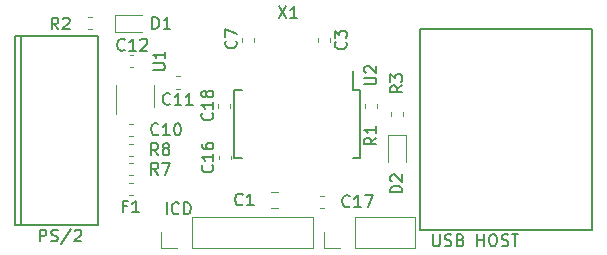
<source format=gto>
G04 #@! TF.GenerationSoftware,KiCad,Pcbnew,(5.1.2)-1*
G04 #@! TF.CreationDate,2021-07-24T10:23:43+09:00*
G04 #@! TF.ProjectId,PS2USB,50533255-5342-42e6-9b69-6361645f7063,v2.1*
G04 #@! TF.SameCoordinates,Original*
G04 #@! TF.FileFunction,Legend,Top*
G04 #@! TF.FilePolarity,Positive*
%FSLAX46Y46*%
G04 Gerber Fmt 4.6, Leading zero omitted, Abs format (unit mm)*
G04 Created by KiCad (PCBNEW (5.1.2)-1) date 2021-07-24 10:23:43*
%MOMM*%
%LPD*%
G04 APERTURE LIST*
%ADD10C,0.200000*%
%ADD11C,0.120000*%
%ADD12C,0.150000*%
G04 APERTURE END LIST*
D10*
X73761904Y-100952380D02*
X73761904Y-99952380D01*
X74142857Y-99952380D01*
X74238095Y-100000000D01*
X74285714Y-100047619D01*
X74333333Y-100142857D01*
X74333333Y-100285714D01*
X74285714Y-100380952D01*
X74238095Y-100428571D01*
X74142857Y-100476190D01*
X73761904Y-100476190D01*
X74714285Y-100904761D02*
X74857142Y-100952380D01*
X75095238Y-100952380D01*
X75190476Y-100904761D01*
X75238095Y-100857142D01*
X75285714Y-100761904D01*
X75285714Y-100666666D01*
X75238095Y-100571428D01*
X75190476Y-100523809D01*
X75095238Y-100476190D01*
X74904761Y-100428571D01*
X74809523Y-100380952D01*
X74761904Y-100333333D01*
X74714285Y-100238095D01*
X74714285Y-100142857D01*
X74761904Y-100047619D01*
X74809523Y-100000000D01*
X74904761Y-99952380D01*
X75142857Y-99952380D01*
X75285714Y-100000000D01*
X76428571Y-99904761D02*
X75571428Y-101190476D01*
X76714285Y-100047619D02*
X76761904Y-100000000D01*
X76857142Y-99952380D01*
X77095238Y-99952380D01*
X77190476Y-100000000D01*
X77238095Y-100047619D01*
X77285714Y-100142857D01*
X77285714Y-100238095D01*
X77238095Y-100380952D01*
X76666666Y-100952380D01*
X77285714Y-100952380D01*
X107052380Y-100352380D02*
X107052380Y-101161904D01*
X107100000Y-101257142D01*
X107147619Y-101304761D01*
X107242857Y-101352380D01*
X107433333Y-101352380D01*
X107528571Y-101304761D01*
X107576190Y-101257142D01*
X107623809Y-101161904D01*
X107623809Y-100352380D01*
X108052380Y-101304761D02*
X108195238Y-101352380D01*
X108433333Y-101352380D01*
X108528571Y-101304761D01*
X108576190Y-101257142D01*
X108623809Y-101161904D01*
X108623809Y-101066666D01*
X108576190Y-100971428D01*
X108528571Y-100923809D01*
X108433333Y-100876190D01*
X108242857Y-100828571D01*
X108147619Y-100780952D01*
X108100000Y-100733333D01*
X108052380Y-100638095D01*
X108052380Y-100542857D01*
X108100000Y-100447619D01*
X108147619Y-100400000D01*
X108242857Y-100352380D01*
X108480952Y-100352380D01*
X108623809Y-100400000D01*
X109385714Y-100828571D02*
X109528571Y-100876190D01*
X109576190Y-100923809D01*
X109623809Y-101019047D01*
X109623809Y-101161904D01*
X109576190Y-101257142D01*
X109528571Y-101304761D01*
X109433333Y-101352380D01*
X109052380Y-101352380D01*
X109052380Y-100352380D01*
X109385714Y-100352380D01*
X109480952Y-100400000D01*
X109528571Y-100447619D01*
X109576190Y-100542857D01*
X109576190Y-100638095D01*
X109528571Y-100733333D01*
X109480952Y-100780952D01*
X109385714Y-100828571D01*
X109052380Y-100828571D01*
X110814285Y-101352380D02*
X110814285Y-100352380D01*
X110814285Y-100828571D02*
X111385714Y-100828571D01*
X111385714Y-101352380D02*
X111385714Y-100352380D01*
X112052380Y-100352380D02*
X112242857Y-100352380D01*
X112338095Y-100400000D01*
X112433333Y-100495238D01*
X112480952Y-100685714D01*
X112480952Y-101019047D01*
X112433333Y-101209523D01*
X112338095Y-101304761D01*
X112242857Y-101352380D01*
X112052380Y-101352380D01*
X111957142Y-101304761D01*
X111861904Y-101209523D01*
X111814285Y-101019047D01*
X111814285Y-100685714D01*
X111861904Y-100495238D01*
X111957142Y-100400000D01*
X112052380Y-100352380D01*
X112861904Y-101304761D02*
X113004761Y-101352380D01*
X113242857Y-101352380D01*
X113338095Y-101304761D01*
X113385714Y-101257142D01*
X113433333Y-101161904D01*
X113433333Y-101066666D01*
X113385714Y-100971428D01*
X113338095Y-100923809D01*
X113242857Y-100876190D01*
X113052380Y-100828571D01*
X112957142Y-100780952D01*
X112909523Y-100733333D01*
X112861904Y-100638095D01*
X112861904Y-100542857D01*
X112909523Y-100447619D01*
X112957142Y-100400000D01*
X113052380Y-100352380D01*
X113290476Y-100352380D01*
X113433333Y-100400000D01*
X113719047Y-100352380D02*
X114290476Y-100352380D01*
X114004761Y-101352380D02*
X114004761Y-100352380D01*
X84500000Y-98652380D02*
X84500000Y-97652380D01*
X85547619Y-98557142D02*
X85500000Y-98604761D01*
X85357142Y-98652380D01*
X85261904Y-98652380D01*
X85119047Y-98604761D01*
X85023809Y-98509523D01*
X84976190Y-98414285D01*
X84928571Y-98223809D01*
X84928571Y-98080952D01*
X84976190Y-97890476D01*
X85023809Y-97795238D01*
X85119047Y-97700000D01*
X85261904Y-97652380D01*
X85357142Y-97652380D01*
X85500000Y-97700000D01*
X85547619Y-97747619D01*
X85976190Y-98652380D02*
X85976190Y-97652380D01*
X86214285Y-97652380D01*
X86357142Y-97700000D01*
X86452380Y-97795238D01*
X86500000Y-97890476D01*
X86547619Y-98080952D01*
X86547619Y-98223809D01*
X86500000Y-98414285D01*
X86452380Y-98509523D01*
X86357142Y-98604761D01*
X86214285Y-98652380D01*
X85976190Y-98652380D01*
D11*
X103265000Y-91977500D02*
X103265000Y-94262500D01*
X104735000Y-91977500D02*
X103265000Y-91977500D01*
X104735000Y-94262500D02*
X104735000Y-91977500D01*
X80102500Y-83235000D02*
X82387500Y-83235000D01*
X80102500Y-81765000D02*
X80102500Y-83235000D01*
X82387500Y-81765000D02*
X80102500Y-81765000D01*
X80240000Y-87750000D02*
X80240000Y-90200000D01*
X83460000Y-89550000D02*
X83460000Y-87750000D01*
X102310000Y-89662779D02*
X102310000Y-89337221D01*
X101290000Y-89662779D02*
X101290000Y-89337221D01*
X93896078Y-96740000D02*
X93378922Y-96740000D01*
X93896078Y-98160000D02*
X93378922Y-98160000D01*
D12*
X72200000Y-83600000D02*
X71700000Y-83600000D01*
X71700000Y-83600000D02*
X71700000Y-99600000D01*
X71700000Y-99600000D02*
X72200000Y-99600000D01*
X72200000Y-83600000D02*
X72200000Y-99600000D01*
X72200000Y-99600000D02*
X78700000Y-99600000D01*
X78700000Y-99600000D02*
X78700000Y-83600000D01*
X78700000Y-83600000D02*
X72200000Y-83600000D01*
D11*
X97830000Y-101530000D02*
X97830000Y-100200000D01*
X99160000Y-101530000D02*
X97830000Y-101530000D01*
X100430000Y-101530000D02*
X100430000Y-98870000D01*
X100430000Y-98870000D02*
X105570000Y-98870000D01*
X100430000Y-101530000D02*
X105570000Y-101530000D01*
X105570000Y-101530000D02*
X105570000Y-98870000D01*
X84070000Y-101530000D02*
X84070000Y-100200000D01*
X85400000Y-101530000D02*
X84070000Y-101530000D01*
X86670000Y-101530000D02*
X86670000Y-98870000D01*
X86670000Y-98870000D02*
X96890000Y-98870000D01*
X86670000Y-101530000D02*
X96890000Y-101530000D01*
X96890000Y-101530000D02*
X96890000Y-98870000D01*
X81650279Y-96040000D02*
X81324721Y-96040000D01*
X81650279Y-97060000D02*
X81324721Y-97060000D01*
X89910000Y-89675279D02*
X89910000Y-89349721D01*
X88890000Y-89675279D02*
X88890000Y-89349721D01*
X97524721Y-98110000D02*
X97850279Y-98110000D01*
X97524721Y-97090000D02*
X97850279Y-97090000D01*
X89960000Y-94012779D02*
X89960000Y-93687221D01*
X88940000Y-94012779D02*
X88940000Y-93687221D01*
X81374721Y-86210000D02*
X81700279Y-86210000D01*
X81374721Y-85190000D02*
X81700279Y-85190000D01*
X85299721Y-88010000D02*
X85625279Y-88010000D01*
X85299721Y-86990000D02*
X85625279Y-86990000D01*
X81324721Y-92060000D02*
X81650279Y-92060000D01*
X81324721Y-91040000D02*
X81650279Y-91040000D01*
X91910000Y-84050279D02*
X91910000Y-83724721D01*
X90890000Y-84050279D02*
X90890000Y-83724721D01*
X97290000Y-83737221D02*
X97290000Y-84062779D01*
X98310000Y-83737221D02*
X98310000Y-84062779D01*
D12*
X106000000Y-100000000D02*
X106000000Y-83000000D01*
X106000000Y-83000000D02*
X120500000Y-83000000D01*
X120500000Y-83000000D02*
X120500000Y-100000000D01*
X120500000Y-100000000D02*
X106000000Y-100000000D01*
D11*
X78212779Y-81990000D02*
X77887221Y-81990000D01*
X78212779Y-83010000D02*
X77887221Y-83010000D01*
X104510000Y-90350279D02*
X104510000Y-90024721D01*
X103490000Y-90350279D02*
X103490000Y-90024721D01*
X81349721Y-94340000D02*
X81675279Y-94340000D01*
X81349721Y-95360000D02*
X81675279Y-95360000D01*
X81349721Y-92690000D02*
X81675279Y-92690000D01*
X81349721Y-93710000D02*
X81675279Y-93710000D01*
D12*
X100900000Y-88125000D02*
X100325000Y-88125000D01*
X100900000Y-93875000D02*
X100250000Y-93875000D01*
X90250000Y-93875000D02*
X90900000Y-93875000D01*
X90250000Y-88125000D02*
X90900000Y-88125000D01*
X100900000Y-88125000D02*
X100900000Y-93875000D01*
X90250000Y-88125000D02*
X90250000Y-93875000D01*
X100325000Y-88125000D02*
X100325000Y-86525000D01*
X104452380Y-96813095D02*
X103452380Y-96813095D01*
X103452380Y-96575000D01*
X103500000Y-96432142D01*
X103595238Y-96336904D01*
X103690476Y-96289285D01*
X103880952Y-96241666D01*
X104023809Y-96241666D01*
X104214285Y-96289285D01*
X104309523Y-96336904D01*
X104404761Y-96432142D01*
X104452380Y-96575000D01*
X104452380Y-96813095D01*
X103547619Y-95860714D02*
X103500000Y-95813095D01*
X103452380Y-95717857D01*
X103452380Y-95479761D01*
X103500000Y-95384523D01*
X103547619Y-95336904D01*
X103642857Y-95289285D01*
X103738095Y-95289285D01*
X103880952Y-95336904D01*
X104452380Y-95908333D01*
X104452380Y-95289285D01*
X83311904Y-82952380D02*
X83311904Y-81952380D01*
X83550000Y-81952380D01*
X83692857Y-82000000D01*
X83788095Y-82095238D01*
X83835714Y-82190476D01*
X83883333Y-82380952D01*
X83883333Y-82523809D01*
X83835714Y-82714285D01*
X83788095Y-82809523D01*
X83692857Y-82904761D01*
X83550000Y-82952380D01*
X83311904Y-82952380D01*
X84835714Y-82952380D02*
X84264285Y-82952380D01*
X84550000Y-82952380D02*
X84550000Y-81952380D01*
X84454761Y-82095238D01*
X84359523Y-82190476D01*
X84264285Y-82238095D01*
X83352380Y-86461904D02*
X84161904Y-86461904D01*
X84257142Y-86414285D01*
X84304761Y-86366666D01*
X84352380Y-86271428D01*
X84352380Y-86080952D01*
X84304761Y-85985714D01*
X84257142Y-85938095D01*
X84161904Y-85890476D01*
X83352380Y-85890476D01*
X84352380Y-84890476D02*
X84352380Y-85461904D01*
X84352380Y-85176190D02*
X83352380Y-85176190D01*
X83495238Y-85271428D01*
X83590476Y-85366666D01*
X83638095Y-85461904D01*
X102252380Y-92166666D02*
X101776190Y-92500000D01*
X102252380Y-92738095D02*
X101252380Y-92738095D01*
X101252380Y-92357142D01*
X101300000Y-92261904D01*
X101347619Y-92214285D01*
X101442857Y-92166666D01*
X101585714Y-92166666D01*
X101680952Y-92214285D01*
X101728571Y-92261904D01*
X101776190Y-92357142D01*
X101776190Y-92738095D01*
X102252380Y-91214285D02*
X102252380Y-91785714D01*
X102252380Y-91500000D02*
X101252380Y-91500000D01*
X101395238Y-91595238D01*
X101490476Y-91690476D01*
X101538095Y-91785714D01*
X90933333Y-97807142D02*
X90885714Y-97854761D01*
X90742857Y-97902380D01*
X90647619Y-97902380D01*
X90504761Y-97854761D01*
X90409523Y-97759523D01*
X90361904Y-97664285D01*
X90314285Y-97473809D01*
X90314285Y-97330952D01*
X90361904Y-97140476D01*
X90409523Y-97045238D01*
X90504761Y-96950000D01*
X90647619Y-96902380D01*
X90742857Y-96902380D01*
X90885714Y-96950000D01*
X90933333Y-96997619D01*
X91885714Y-97902380D02*
X91314285Y-97902380D01*
X91600000Y-97902380D02*
X91600000Y-96902380D01*
X91504761Y-97045238D01*
X91409523Y-97140476D01*
X91314285Y-97188095D01*
X81116666Y-97978571D02*
X80783333Y-97978571D01*
X80783333Y-98502380D02*
X80783333Y-97502380D01*
X81259523Y-97502380D01*
X82164285Y-98502380D02*
X81592857Y-98502380D01*
X81878571Y-98502380D02*
X81878571Y-97502380D01*
X81783333Y-97645238D01*
X81688095Y-97740476D01*
X81592857Y-97788095D01*
X88357142Y-90092857D02*
X88404761Y-90140476D01*
X88452380Y-90283333D01*
X88452380Y-90378571D01*
X88404761Y-90521428D01*
X88309523Y-90616666D01*
X88214285Y-90664285D01*
X88023809Y-90711904D01*
X87880952Y-90711904D01*
X87690476Y-90664285D01*
X87595238Y-90616666D01*
X87500000Y-90521428D01*
X87452380Y-90378571D01*
X87452380Y-90283333D01*
X87500000Y-90140476D01*
X87547619Y-90092857D01*
X88452380Y-89140476D02*
X88452380Y-89711904D01*
X88452380Y-89426190D02*
X87452380Y-89426190D01*
X87595238Y-89521428D01*
X87690476Y-89616666D01*
X87738095Y-89711904D01*
X87880952Y-88569047D02*
X87833333Y-88664285D01*
X87785714Y-88711904D01*
X87690476Y-88759523D01*
X87642857Y-88759523D01*
X87547619Y-88711904D01*
X87500000Y-88664285D01*
X87452380Y-88569047D01*
X87452380Y-88378571D01*
X87500000Y-88283333D01*
X87547619Y-88235714D01*
X87642857Y-88188095D01*
X87690476Y-88188095D01*
X87785714Y-88235714D01*
X87833333Y-88283333D01*
X87880952Y-88378571D01*
X87880952Y-88569047D01*
X87928571Y-88664285D01*
X87976190Y-88711904D01*
X88071428Y-88759523D01*
X88261904Y-88759523D01*
X88357142Y-88711904D01*
X88404761Y-88664285D01*
X88452380Y-88569047D01*
X88452380Y-88378571D01*
X88404761Y-88283333D01*
X88357142Y-88235714D01*
X88261904Y-88188095D01*
X88071428Y-88188095D01*
X87976190Y-88235714D01*
X87928571Y-88283333D01*
X87880952Y-88378571D01*
X100007142Y-97957142D02*
X99959523Y-98004761D01*
X99816666Y-98052380D01*
X99721428Y-98052380D01*
X99578571Y-98004761D01*
X99483333Y-97909523D01*
X99435714Y-97814285D01*
X99388095Y-97623809D01*
X99388095Y-97480952D01*
X99435714Y-97290476D01*
X99483333Y-97195238D01*
X99578571Y-97100000D01*
X99721428Y-97052380D01*
X99816666Y-97052380D01*
X99959523Y-97100000D01*
X100007142Y-97147619D01*
X100959523Y-98052380D02*
X100388095Y-98052380D01*
X100673809Y-98052380D02*
X100673809Y-97052380D01*
X100578571Y-97195238D01*
X100483333Y-97290476D01*
X100388095Y-97338095D01*
X101292857Y-97052380D02*
X101959523Y-97052380D01*
X101530952Y-98052380D01*
X88377142Y-94492857D02*
X88424761Y-94540476D01*
X88472380Y-94683333D01*
X88472380Y-94778571D01*
X88424761Y-94921428D01*
X88329523Y-95016666D01*
X88234285Y-95064285D01*
X88043809Y-95111904D01*
X87900952Y-95111904D01*
X87710476Y-95064285D01*
X87615238Y-95016666D01*
X87520000Y-94921428D01*
X87472380Y-94778571D01*
X87472380Y-94683333D01*
X87520000Y-94540476D01*
X87567619Y-94492857D01*
X88472380Y-93540476D02*
X88472380Y-94111904D01*
X88472380Y-93826190D02*
X87472380Y-93826190D01*
X87615238Y-93921428D01*
X87710476Y-94016666D01*
X87758095Y-94111904D01*
X87472380Y-92683333D02*
X87472380Y-92873809D01*
X87520000Y-92969047D01*
X87567619Y-93016666D01*
X87710476Y-93111904D01*
X87900952Y-93159523D01*
X88281904Y-93159523D01*
X88377142Y-93111904D01*
X88424761Y-93064285D01*
X88472380Y-92969047D01*
X88472380Y-92778571D01*
X88424761Y-92683333D01*
X88377142Y-92635714D01*
X88281904Y-92588095D01*
X88043809Y-92588095D01*
X87948571Y-92635714D01*
X87900952Y-92683333D01*
X87853333Y-92778571D01*
X87853333Y-92969047D01*
X87900952Y-93064285D01*
X87948571Y-93111904D01*
X88043809Y-93159523D01*
X80957142Y-84707142D02*
X80909523Y-84754761D01*
X80766666Y-84802380D01*
X80671428Y-84802380D01*
X80528571Y-84754761D01*
X80433333Y-84659523D01*
X80385714Y-84564285D01*
X80338095Y-84373809D01*
X80338095Y-84230952D01*
X80385714Y-84040476D01*
X80433333Y-83945238D01*
X80528571Y-83850000D01*
X80671428Y-83802380D01*
X80766666Y-83802380D01*
X80909523Y-83850000D01*
X80957142Y-83897619D01*
X81909523Y-84802380D02*
X81338095Y-84802380D01*
X81623809Y-84802380D02*
X81623809Y-83802380D01*
X81528571Y-83945238D01*
X81433333Y-84040476D01*
X81338095Y-84088095D01*
X82290476Y-83897619D02*
X82338095Y-83850000D01*
X82433333Y-83802380D01*
X82671428Y-83802380D01*
X82766666Y-83850000D01*
X82814285Y-83897619D01*
X82861904Y-83992857D01*
X82861904Y-84088095D01*
X82814285Y-84230952D01*
X82242857Y-84802380D01*
X82861904Y-84802380D01*
X84807142Y-89307142D02*
X84759523Y-89354761D01*
X84616666Y-89402380D01*
X84521428Y-89402380D01*
X84378571Y-89354761D01*
X84283333Y-89259523D01*
X84235714Y-89164285D01*
X84188095Y-88973809D01*
X84188095Y-88830952D01*
X84235714Y-88640476D01*
X84283333Y-88545238D01*
X84378571Y-88450000D01*
X84521428Y-88402380D01*
X84616666Y-88402380D01*
X84759523Y-88450000D01*
X84807142Y-88497619D01*
X85759523Y-89402380D02*
X85188095Y-89402380D01*
X85473809Y-89402380D02*
X85473809Y-88402380D01*
X85378571Y-88545238D01*
X85283333Y-88640476D01*
X85188095Y-88688095D01*
X86711904Y-89402380D02*
X86140476Y-89402380D01*
X86426190Y-89402380D02*
X86426190Y-88402380D01*
X86330952Y-88545238D01*
X86235714Y-88640476D01*
X86140476Y-88688095D01*
X83807142Y-91857142D02*
X83759523Y-91904761D01*
X83616666Y-91952380D01*
X83521428Y-91952380D01*
X83378571Y-91904761D01*
X83283333Y-91809523D01*
X83235714Y-91714285D01*
X83188095Y-91523809D01*
X83188095Y-91380952D01*
X83235714Y-91190476D01*
X83283333Y-91095238D01*
X83378571Y-91000000D01*
X83521428Y-90952380D01*
X83616666Y-90952380D01*
X83759523Y-91000000D01*
X83807142Y-91047619D01*
X84759523Y-91952380D02*
X84188095Y-91952380D01*
X84473809Y-91952380D02*
X84473809Y-90952380D01*
X84378571Y-91095238D01*
X84283333Y-91190476D01*
X84188095Y-91238095D01*
X85378571Y-90952380D02*
X85473809Y-90952380D01*
X85569047Y-91000000D01*
X85616666Y-91047619D01*
X85664285Y-91142857D01*
X85711904Y-91333333D01*
X85711904Y-91571428D01*
X85664285Y-91761904D01*
X85616666Y-91857142D01*
X85569047Y-91904761D01*
X85473809Y-91952380D01*
X85378571Y-91952380D01*
X85283333Y-91904761D01*
X85235714Y-91857142D01*
X85188095Y-91761904D01*
X85140476Y-91571428D01*
X85140476Y-91333333D01*
X85188095Y-91142857D01*
X85235714Y-91047619D01*
X85283333Y-91000000D01*
X85378571Y-90952380D01*
X90357142Y-83966666D02*
X90404761Y-84014285D01*
X90452380Y-84157142D01*
X90452380Y-84252380D01*
X90404761Y-84395238D01*
X90309523Y-84490476D01*
X90214285Y-84538095D01*
X90023809Y-84585714D01*
X89880952Y-84585714D01*
X89690476Y-84538095D01*
X89595238Y-84490476D01*
X89500000Y-84395238D01*
X89452380Y-84252380D01*
X89452380Y-84157142D01*
X89500000Y-84014285D01*
X89547619Y-83966666D01*
X89452380Y-83633333D02*
X89452380Y-82966666D01*
X90452380Y-83395238D01*
X99657142Y-84066666D02*
X99704761Y-84114285D01*
X99752380Y-84257142D01*
X99752380Y-84352380D01*
X99704761Y-84495238D01*
X99609523Y-84590476D01*
X99514285Y-84638095D01*
X99323809Y-84685714D01*
X99180952Y-84685714D01*
X98990476Y-84638095D01*
X98895238Y-84590476D01*
X98800000Y-84495238D01*
X98752380Y-84352380D01*
X98752380Y-84257142D01*
X98800000Y-84114285D01*
X98847619Y-84066666D01*
X98752380Y-83733333D02*
X98752380Y-83114285D01*
X99133333Y-83447619D01*
X99133333Y-83304761D01*
X99180952Y-83209523D01*
X99228571Y-83161904D01*
X99323809Y-83114285D01*
X99561904Y-83114285D01*
X99657142Y-83161904D01*
X99704761Y-83209523D01*
X99752380Y-83304761D01*
X99752380Y-83590476D01*
X99704761Y-83685714D01*
X99657142Y-83733333D01*
X75333333Y-83002380D02*
X75000000Y-82526190D01*
X74761904Y-83002380D02*
X74761904Y-82002380D01*
X75142857Y-82002380D01*
X75238095Y-82050000D01*
X75285714Y-82097619D01*
X75333333Y-82192857D01*
X75333333Y-82335714D01*
X75285714Y-82430952D01*
X75238095Y-82478571D01*
X75142857Y-82526190D01*
X74761904Y-82526190D01*
X75714285Y-82097619D02*
X75761904Y-82050000D01*
X75857142Y-82002380D01*
X76095238Y-82002380D01*
X76190476Y-82050000D01*
X76238095Y-82097619D01*
X76285714Y-82192857D01*
X76285714Y-82288095D01*
X76238095Y-82430952D01*
X75666666Y-83002380D01*
X76285714Y-83002380D01*
X104452380Y-87754166D02*
X103976190Y-88087500D01*
X104452380Y-88325595D02*
X103452380Y-88325595D01*
X103452380Y-87944642D01*
X103500000Y-87849404D01*
X103547619Y-87801785D01*
X103642857Y-87754166D01*
X103785714Y-87754166D01*
X103880952Y-87801785D01*
X103928571Y-87849404D01*
X103976190Y-87944642D01*
X103976190Y-88325595D01*
X103452380Y-87420833D02*
X103452380Y-86801785D01*
X103833333Y-87135119D01*
X103833333Y-86992261D01*
X103880952Y-86897023D01*
X103928571Y-86849404D01*
X104023809Y-86801785D01*
X104261904Y-86801785D01*
X104357142Y-86849404D01*
X104404761Y-86897023D01*
X104452380Y-86992261D01*
X104452380Y-87277976D01*
X104404761Y-87373214D01*
X104357142Y-87420833D01*
X83795833Y-95302380D02*
X83462500Y-94826190D01*
X83224404Y-95302380D02*
X83224404Y-94302380D01*
X83605357Y-94302380D01*
X83700595Y-94350000D01*
X83748214Y-94397619D01*
X83795833Y-94492857D01*
X83795833Y-94635714D01*
X83748214Y-94730952D01*
X83700595Y-94778571D01*
X83605357Y-94826190D01*
X83224404Y-94826190D01*
X84129166Y-94302380D02*
X84795833Y-94302380D01*
X84367261Y-95302380D01*
X83795833Y-93652380D02*
X83462500Y-93176190D01*
X83224404Y-93652380D02*
X83224404Y-92652380D01*
X83605357Y-92652380D01*
X83700595Y-92700000D01*
X83748214Y-92747619D01*
X83795833Y-92842857D01*
X83795833Y-92985714D01*
X83748214Y-93080952D01*
X83700595Y-93128571D01*
X83605357Y-93176190D01*
X83224404Y-93176190D01*
X84367261Y-93080952D02*
X84272023Y-93033333D01*
X84224404Y-92985714D01*
X84176785Y-92890476D01*
X84176785Y-92842857D01*
X84224404Y-92747619D01*
X84272023Y-92700000D01*
X84367261Y-92652380D01*
X84557738Y-92652380D01*
X84652976Y-92700000D01*
X84700595Y-92747619D01*
X84748214Y-92842857D01*
X84748214Y-92890476D01*
X84700595Y-92985714D01*
X84652976Y-93033333D01*
X84557738Y-93080952D01*
X84367261Y-93080952D01*
X84272023Y-93128571D01*
X84224404Y-93176190D01*
X84176785Y-93271428D01*
X84176785Y-93461904D01*
X84224404Y-93557142D01*
X84272023Y-93604761D01*
X84367261Y-93652380D01*
X84557738Y-93652380D01*
X84652976Y-93604761D01*
X84700595Y-93557142D01*
X84748214Y-93461904D01*
X84748214Y-93271428D01*
X84700595Y-93176190D01*
X84652976Y-93128571D01*
X84557738Y-93080952D01*
X93990476Y-81052380D02*
X94657142Y-82052380D01*
X94657142Y-81052380D02*
X93990476Y-82052380D01*
X95561904Y-82052380D02*
X94990476Y-82052380D01*
X95276190Y-82052380D02*
X95276190Y-81052380D01*
X95180952Y-81195238D01*
X95085714Y-81290476D01*
X94990476Y-81338095D01*
X101252380Y-87661904D02*
X102061904Y-87661904D01*
X102157142Y-87614285D01*
X102204761Y-87566666D01*
X102252380Y-87471428D01*
X102252380Y-87280952D01*
X102204761Y-87185714D01*
X102157142Y-87138095D01*
X102061904Y-87090476D01*
X101252380Y-87090476D01*
X101347619Y-86661904D02*
X101300000Y-86614285D01*
X101252380Y-86519047D01*
X101252380Y-86280952D01*
X101300000Y-86185714D01*
X101347619Y-86138095D01*
X101442857Y-86090476D01*
X101538095Y-86090476D01*
X101680952Y-86138095D01*
X102252380Y-86709523D01*
X102252380Y-86090476D01*
M02*

</source>
